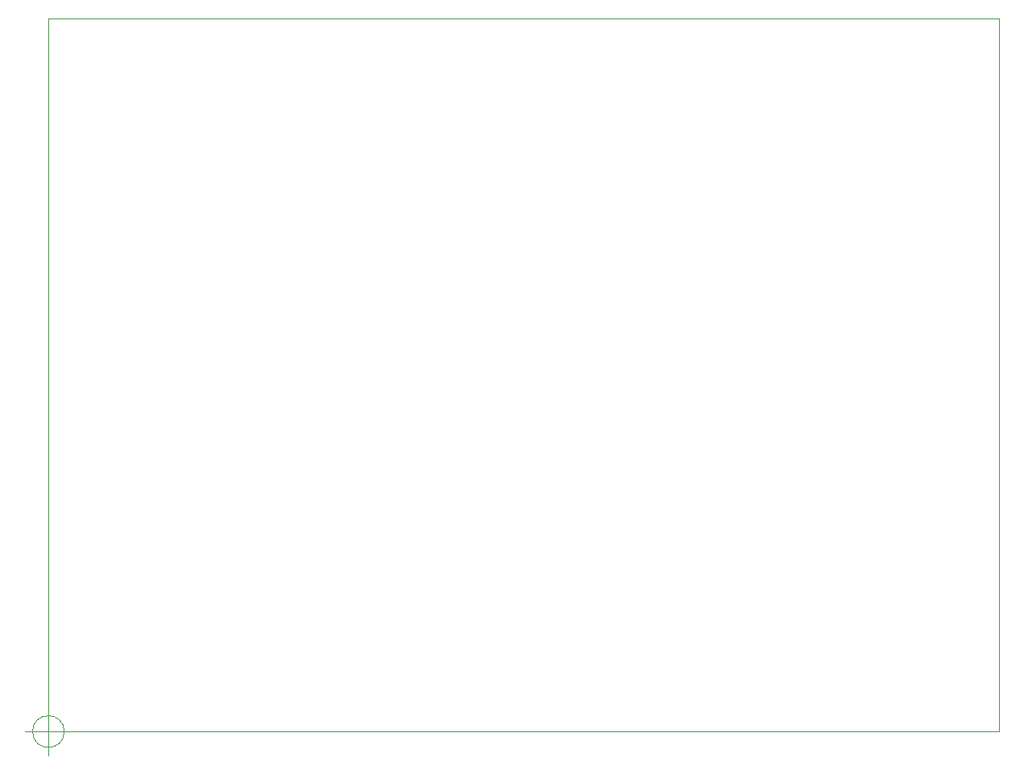
<source format=gm1>
G04 #@! TF.GenerationSoftware,KiCad,Pcbnew,(5.1.4-0)*
G04 #@! TF.CreationDate,2020-07-05T15:44:46+08:00*
G04 #@! TF.ProjectId,pocketSynth,706f636b-6574-4537-996e-74682e6b6963,rev?*
G04 #@! TF.SameCoordinates,PX510ff40PY9896800*
G04 #@! TF.FileFunction,Profile,NP*
%FSLAX46Y46*%
G04 Gerber Fmt 4.6, Leading zero omitted, Abs format (unit mm)*
G04 Created by KiCad (PCBNEW (5.1.4-0)) date 2020-07-05 15:44:46*
%MOMM*%
%LPD*%
G04 APERTURE LIST*
%ADD10C,0.050000*%
G04 APERTURE END LIST*
D10*
X0Y75000000D02*
X0Y0D01*
X100000000Y75000000D02*
X0Y75000000D01*
X100000000Y0D02*
X100000000Y75000000D01*
X1666666Y0D02*
G75*
G03X1666666Y0I-1666666J0D01*
G01*
X-2500000Y0D02*
X2500000Y0D01*
X0Y2500000D02*
X0Y-2500000D01*
X0Y0D02*
X100000000Y0D01*
M02*

</source>
